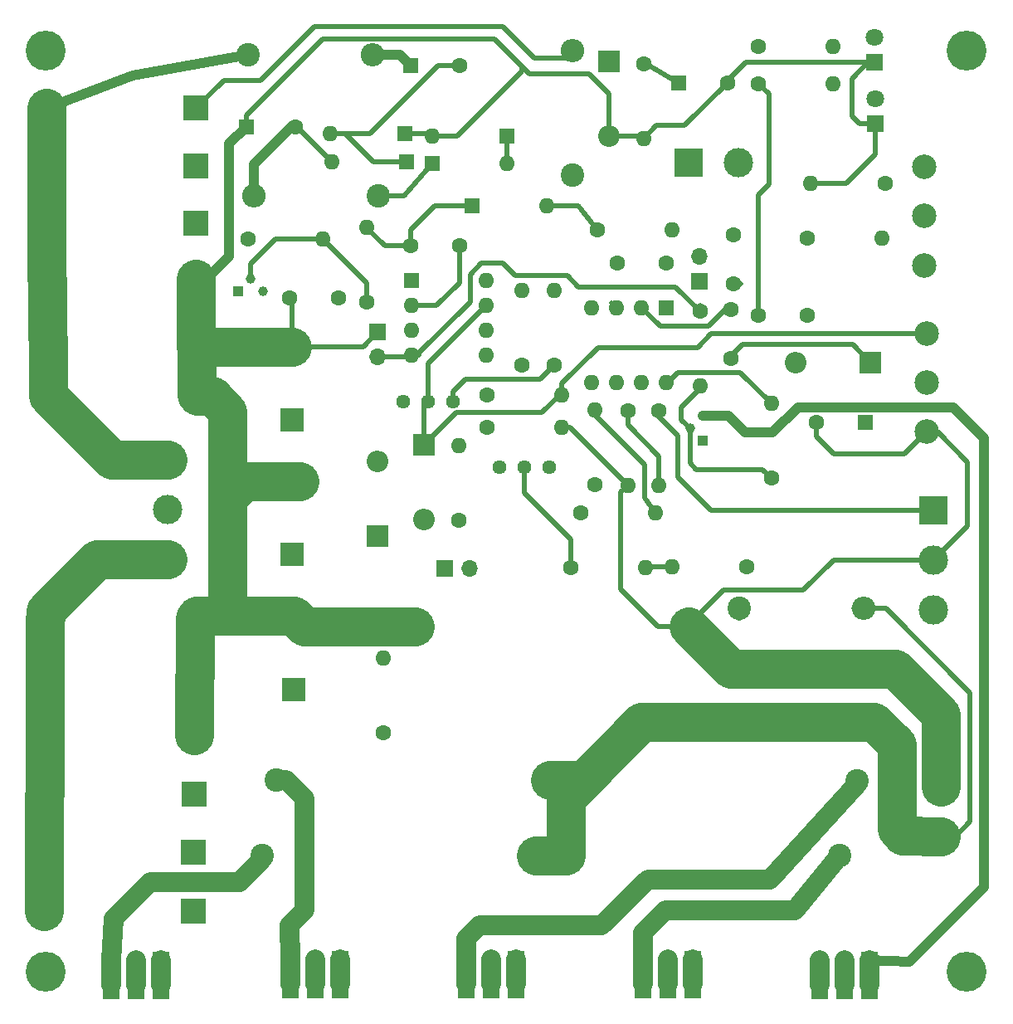
<source format=gbr>
G04 #@! TF.FileFunction,Copper,L1,Top,Signal*
%FSLAX46Y46*%
G04 Gerber Fmt 4.6, Leading zero omitted, Abs format (unit mm)*
G04 Created by KiCad (PCBNEW 4.0.7) date 06/10/19 09:32:46*
%MOMM*%
%LPD*%
G01*
G04 APERTURE LIST*
%ADD10C,0.100000*%
%ADD11C,1.440000*%
%ADD12C,1.600000*%
%ADD13O,1.600000X1.600000*%
%ADD14R,3.000000X3.000000*%
%ADD15C,3.000000*%
%ADD16C,2.400000*%
%ADD17O,2.400000X2.400000*%
%ADD18R,2.600000X2.600000*%
%ADD19O,2.600000X2.600000*%
%ADD20R,1.600000X1.600000*%
%ADD21R,2.200000X2.200000*%
%ADD22O,2.200000X2.200000*%
%ADD23R,1.800000X1.800000*%
%ADD24C,1.800000*%
%ADD25C,1.000000*%
%ADD26R,1.000000X1.000000*%
%ADD27C,2.500000*%
%ADD28R,2.400000X2.400000*%
%ADD29C,4.064000*%
%ADD30O,1.800000X1.800000*%
%ADD31R,1.800000X3.000000*%
%ADD32R,1.700000X1.700000*%
%ADD33O,1.700000X1.700000*%
%ADD34C,2.000000*%
%ADD35C,0.500000*%
%ADD36C,4.000000*%
%ADD37C,1.000000*%
G04 APERTURE END LIST*
D10*
D11*
X99314000Y-95504000D03*
X101854000Y-95504000D03*
X104394000Y-95504000D03*
D12*
X107635040Y-100203000D03*
D13*
X115255040Y-100203000D03*
D12*
X130708400Y-80060800D03*
X125708400Y-80060800D03*
X119761000Y-79629000D03*
D13*
X119761000Y-87249000D03*
D14*
X143611600Y-99910900D03*
D15*
X143611600Y-104990900D03*
X143611600Y-110070900D03*
D16*
X75107800Y-135178800D03*
D17*
X103047800Y-135178800D03*
D12*
X123190000Y-76835000D03*
X123190000Y-71835000D03*
X122936000Y-84455000D03*
X122936000Y-79455000D03*
X95250000Y-72964040D03*
X90250000Y-72964040D03*
X116342160Y-74711560D03*
X111342160Y-74711560D03*
D18*
X68300600Y-70662800D03*
D19*
X53060600Y-70662800D03*
D18*
X68122800Y-128905000D03*
D19*
X52882800Y-128905000D03*
D18*
X53111400Y-76352400D03*
D19*
X68351400Y-76352400D03*
D18*
X52933600Y-122859800D03*
D19*
X68173600Y-122859800D03*
D20*
X89662000Y-61468000D03*
D13*
X82042000Y-61468000D03*
D20*
X89855040Y-64373760D03*
D13*
X82235040Y-64373760D03*
D21*
X91630500Y-93218000D03*
D22*
X91630500Y-100838000D03*
D20*
X96520000Y-68834000D03*
D13*
X104140000Y-68834000D03*
D21*
X137160000Y-84836000D03*
D22*
X129540000Y-84836000D03*
D23*
X137541000Y-54229000D03*
D24*
X137541000Y-51689000D03*
D14*
X65455800Y-104902000D03*
D15*
X65455800Y-99822000D03*
X65455800Y-94742000D03*
D14*
X144373600Y-128117600D03*
D15*
X144373600Y-133197600D03*
D25*
X118745000Y-91567000D03*
X120015000Y-90297000D03*
D26*
X120015000Y-92837000D03*
D25*
X73914000Y-76301600D03*
X75184000Y-77571600D03*
D26*
X72644000Y-77571600D03*
D12*
X87439500Y-122618500D03*
D13*
X87439500Y-114998500D03*
D16*
X73647300Y-53479700D03*
D17*
X86347300Y-53479700D03*
D16*
X86944200Y-67894200D03*
D17*
X74244200Y-67894200D03*
D12*
X95186500Y-100965000D03*
D13*
X95186500Y-93345000D03*
D12*
X98044000Y-88138000D03*
D13*
X105664000Y-88138000D03*
D12*
X98044000Y-91440000D03*
D13*
X105664000Y-91440000D03*
D16*
X90678000Y-111760000D03*
D17*
X118618000Y-111760000D03*
D12*
X130683000Y-72136000D03*
D13*
X138303000Y-72136000D03*
D12*
X109301280Y-71302880D03*
D13*
X116921280Y-71302880D03*
D12*
X106619040Y-105780840D03*
D13*
X114239040Y-105780840D03*
D12*
X124548900Y-105702100D03*
D13*
X116928900Y-105702100D03*
D12*
X127063500Y-96647000D03*
D13*
X127063500Y-89027000D03*
D16*
X123748800Y-109971840D03*
D17*
X136448800Y-109971840D03*
D12*
X138696700Y-66548000D03*
D13*
X131076700Y-66548000D03*
D12*
X104902000Y-85090000D03*
D13*
X104902000Y-77470000D03*
D12*
X73660000Y-72237600D03*
D13*
X81280000Y-72237600D03*
D12*
X85801200Y-78689200D03*
D13*
X85801200Y-71069200D03*
D12*
X101600000Y-85090000D03*
D13*
X101600000Y-77470000D03*
D12*
X125730000Y-52578000D03*
D13*
X133350000Y-52578000D03*
D27*
X142938500Y-86915000D03*
X142938500Y-91915000D03*
X142938500Y-81915000D03*
X142684500Y-69922400D03*
X142684500Y-74922400D03*
X142684500Y-64922400D03*
D20*
X90302080Y-76499720D03*
D13*
X97922080Y-84119720D03*
X90302080Y-79039720D03*
X97922080Y-81579720D03*
X90302080Y-81579720D03*
X97922080Y-79039720D03*
X90302080Y-84119720D03*
X97922080Y-76499720D03*
D20*
X116332000Y-79248000D03*
D13*
X108712000Y-86868000D03*
X113792000Y-79248000D03*
X111252000Y-86868000D03*
X111252000Y-79248000D03*
X113792000Y-86868000D03*
X108712000Y-79248000D03*
X116332000Y-86868000D03*
D20*
X90246200Y-54533800D03*
D12*
X95246200Y-54533800D03*
D20*
X73482200Y-60794900D03*
D12*
X78482200Y-60794900D03*
D20*
X136652000Y-90932000D03*
D12*
X131652000Y-90932000D03*
D18*
X68046600Y-140817600D03*
D19*
X52806600Y-140817600D03*
D18*
X52933600Y-116916200D03*
D19*
X68173600Y-116916200D03*
D18*
X68046600Y-134848600D03*
D19*
X52806600Y-134848600D03*
D18*
X52959000Y-110947200D03*
D19*
X68199000Y-110947200D03*
D18*
X68351400Y-58902600D03*
D19*
X53111400Y-58902600D03*
D18*
X53263800Y-88265000D03*
D19*
X68503800Y-88265000D03*
D18*
X68326000Y-64795400D03*
D19*
X53086000Y-64795400D03*
D18*
X53136800Y-82296000D03*
D19*
X68376800Y-82296000D03*
D28*
X78143100Y-104457500D03*
D16*
X78143100Y-96957500D03*
D12*
X109082840Y-97307400D03*
D13*
X109082840Y-89687400D03*
D16*
X76555600Y-127457200D03*
D17*
X104495600Y-127457200D03*
D16*
X133985000Y-135191500D03*
D17*
X106045000Y-135191500D03*
D16*
X135763000Y-127508000D03*
D17*
X107823000Y-127508000D03*
D28*
X78333600Y-118211600D03*
D16*
X78333600Y-110711600D03*
D28*
X78181200Y-90754200D03*
D16*
X78181200Y-83254200D03*
D29*
X53000000Y-53000000D03*
X53000000Y-147000000D03*
X147000000Y-53000000D03*
X147000000Y-147000000D03*
D20*
X117576600Y-56352440D03*
D12*
X122576600Y-56352440D03*
D14*
X118630700Y-64452500D03*
D15*
X123710700Y-64452500D03*
D12*
X114046000Y-54356000D03*
D13*
X114046000Y-61976000D03*
D23*
X137668000Y-60452000D03*
D24*
X137668000Y-57912000D03*
D12*
X125730000Y-56388000D03*
D13*
X133350000Y-56388000D03*
D21*
X110490000Y-54102000D03*
D22*
X110490000Y-61722000D03*
D16*
X106781600Y-65773300D03*
D17*
X106781600Y-53073300D03*
D20*
X100076000Y-61722000D03*
D13*
X92456000Y-61722000D03*
D20*
X92456000Y-64516000D03*
D13*
X100076000Y-64516000D03*
D11*
X89471500Y-88836500D03*
X92011500Y-88836500D03*
X94551500Y-88836500D03*
D12*
X77876400Y-78282800D03*
X82876400Y-78282800D03*
D21*
X86868000Y-102565200D03*
D22*
X86868000Y-94945200D03*
D23*
X137058400Y-145796000D03*
D30*
X134518400Y-145796000D03*
X131978400Y-145796000D03*
D31*
X137058400Y-148336000D03*
X134518400Y-148336000D03*
X131978400Y-148336000D03*
D23*
X100965000Y-145770600D03*
D30*
X98425000Y-145770600D03*
X95885000Y-145770600D03*
D31*
X100965000Y-148310600D03*
X98425000Y-148310600D03*
X95885000Y-148310600D03*
D23*
X118999000Y-145770600D03*
D30*
X116459000Y-145770600D03*
X113919000Y-145770600D03*
D31*
X118999000Y-148310600D03*
X116459000Y-148310600D03*
X113919000Y-148310600D03*
D23*
X83058000Y-145770600D03*
D30*
X80518000Y-145770600D03*
X77978000Y-145770600D03*
D31*
X83058000Y-148310600D03*
X80518000Y-148310600D03*
X77978000Y-148310600D03*
D23*
X64770000Y-145821400D03*
D30*
X62230000Y-145821400D03*
X59690000Y-145821400D03*
D31*
X64770000Y-148361400D03*
X62230000Y-148361400D03*
X59690000Y-148361400D03*
D32*
X86893400Y-81762600D03*
D33*
X86893400Y-84302600D03*
D12*
X112430560Y-89743280D03*
D13*
X112430560Y-97363280D03*
D12*
X115595400Y-89804240D03*
D13*
X115595400Y-97424240D03*
D32*
X119725440Y-76611480D03*
D33*
X119725440Y-74071480D03*
D32*
X93766640Y-105864660D03*
D33*
X96306640Y-105864660D03*
D34*
X134518400Y-145796000D02*
X134518400Y-148336000D01*
X116459000Y-145770600D02*
X116459000Y-148310600D01*
X98425000Y-145770600D02*
X98425000Y-148310600D01*
X80518000Y-145770600D02*
X80518000Y-148310600D01*
X62230000Y-145821400D02*
X62230000Y-148361400D01*
D35*
X125708400Y-80060800D02*
X125708400Y-67788800D01*
X126796800Y-57454800D02*
X125730000Y-56388000D01*
X126796800Y-66700400D02*
X126796800Y-57454800D01*
X125708400Y-67788800D02*
X126796800Y-66700400D01*
X116332000Y-86868000D02*
X116459000Y-86868000D01*
X116459000Y-86868000D02*
X117475000Y-85852000D01*
X123888500Y-85852000D02*
X127063500Y-89027000D01*
X117475000Y-85852000D02*
X123888500Y-85852000D01*
X106095800Y-53759100D02*
X102831900Y-53759100D01*
X71170800Y-56083200D02*
X68351400Y-58902600D01*
X74917300Y-56083200D02*
X71170800Y-56083200D01*
X80403700Y-50596800D02*
X74917300Y-56083200D01*
X99669600Y-50596800D02*
X80403700Y-50596800D01*
X102831900Y-53759100D02*
X99669600Y-50596800D01*
X106095800Y-53759100D02*
X106781600Y-53073300D01*
X116332000Y-86868000D02*
X116332000Y-87122000D01*
X78181200Y-83254200D02*
X85401800Y-83254200D01*
X85401800Y-83254200D02*
X86893400Y-81762600D01*
X78181200Y-83254200D02*
X78181200Y-78587600D01*
X78181200Y-78587600D02*
X77876400Y-78282800D01*
D36*
X90678000Y-111760000D02*
X79382000Y-111760000D01*
X79382000Y-111760000D02*
X78333600Y-110711600D01*
D35*
X89662000Y-61468000D02*
X92202000Y-61468000D01*
X92202000Y-61468000D02*
X92456000Y-61722000D01*
X101600000Y-54610000D02*
X101600000Y-55118000D01*
X94996000Y-61722000D02*
X92456000Y-61722000D01*
X101600000Y-55118000D02*
X94996000Y-61722000D01*
X118110000Y-60695840D02*
X115326160Y-60695840D01*
X115326160Y-60695840D02*
X114046000Y-61976000D01*
X110490000Y-61722000D02*
X113792000Y-61722000D01*
X113792000Y-61722000D02*
X114046000Y-61976000D01*
X73482200Y-60794900D02*
X73482200Y-59613800D01*
X110490000Y-57404000D02*
X110490000Y-61722000D01*
X108458000Y-55372000D02*
X110490000Y-57404000D01*
X102362000Y-55372000D02*
X108458000Y-55372000D01*
X98806000Y-51816000D02*
X101600000Y-54610000D01*
X101600000Y-54610000D02*
X102362000Y-55372000D01*
X81280000Y-51816000D02*
X98806000Y-51816000D01*
X73482200Y-59613800D02*
X81280000Y-51816000D01*
X73482200Y-60794900D02*
X73571100Y-60794900D01*
X110779560Y-61432440D02*
X110490000Y-61722000D01*
X137668000Y-60452000D02*
X137668000Y-63614300D01*
X134734300Y-66548000D02*
X131076700Y-66548000D01*
X137668000Y-63614300D02*
X134734300Y-66548000D01*
X117856000Y-60695840D02*
X118110000Y-60695840D01*
X137424160Y-60695840D02*
X137668000Y-60452000D01*
X122576600Y-56352440D02*
X122576600Y-56112400D01*
X122576600Y-56112400D02*
X124460000Y-54229000D01*
X124460000Y-54229000D02*
X137541000Y-54229000D01*
X137668000Y-60452000D02*
X136017000Y-60452000D01*
X135255000Y-55880000D02*
X136906000Y-54229000D01*
X135255000Y-59690000D02*
X135255000Y-55880000D01*
X136017000Y-60452000D02*
X135255000Y-59690000D01*
X136906000Y-54229000D02*
X137541000Y-54229000D01*
X122576600Y-56352440D02*
X122576600Y-56282600D01*
X117856000Y-60695840D02*
X118233200Y-60695840D01*
X118233200Y-60695840D02*
X122576600Y-56352440D01*
D36*
X68503800Y-88265000D02*
X69977000Y-88265000D01*
X71577200Y-89865200D02*
X71577200Y-98653600D01*
X69977000Y-88265000D02*
X71577200Y-89865200D01*
X78181200Y-83254200D02*
X69335000Y-83254200D01*
X69335000Y-83254200D02*
X68376800Y-82296000D01*
X71577200Y-110711600D02*
X71577200Y-98653600D01*
X73273300Y-96957500D02*
X78143100Y-96957500D01*
X71577200Y-98653600D02*
X73273300Y-96957500D01*
X78333600Y-110711600D02*
X71577200Y-110711600D01*
X71577200Y-110711600D02*
X68434600Y-110711600D01*
X68434600Y-110711600D02*
X68199000Y-110947200D01*
X78143100Y-96957500D02*
X78923500Y-96957500D01*
D37*
X68503800Y-82423000D02*
X68376800Y-82296000D01*
X68351400Y-76352400D02*
X69448680Y-76352400D01*
X69448680Y-76352400D02*
X71744840Y-74056240D01*
X71744840Y-62532260D02*
X73482200Y-60794900D01*
X71744840Y-74056240D02*
X71744840Y-62532260D01*
D36*
X68173600Y-116916200D02*
X68173600Y-122859800D01*
X68199000Y-110947200D02*
X68199000Y-116890800D01*
X68199000Y-116890800D02*
X68173600Y-116916200D01*
X68376800Y-82296000D02*
X68376800Y-88138000D01*
X68376800Y-88138000D02*
X68503800Y-88265000D01*
X68351400Y-76352400D02*
X68351400Y-83235800D01*
D35*
X89855040Y-61528960D02*
X89916000Y-61468000D01*
D37*
X86347300Y-53479700D02*
X89192100Y-53479700D01*
X89192100Y-53479700D02*
X90246200Y-54533800D01*
D35*
X82042000Y-61468000D02*
X86106000Y-61468000D01*
X93040200Y-54533800D02*
X95246200Y-54533800D01*
X86106000Y-61468000D02*
X93040200Y-54533800D01*
X89855040Y-64373760D02*
X86471760Y-64373760D01*
X83566000Y-61468000D02*
X82042000Y-61468000D01*
X86471760Y-64373760D02*
X83566000Y-61468000D01*
X78482200Y-60794900D02*
X78656180Y-60794900D01*
X78656180Y-60794900D02*
X82235040Y-64373760D01*
D37*
X78482200Y-60794900D02*
X78079600Y-60794900D01*
X78079600Y-60794900D02*
X74244200Y-64630300D01*
X74244200Y-64630300D02*
X74244200Y-67894200D01*
D35*
X118618000Y-111760000D02*
X118618000Y-111607600D01*
X118618000Y-111607600D02*
X122153680Y-108071920D01*
X133393180Y-104990900D02*
X143611600Y-104990900D01*
X130312160Y-108071920D02*
X133393180Y-104990900D01*
X122153680Y-108071920D02*
X130312160Y-108071920D01*
X131652000Y-90932000D02*
X131652000Y-92373440D01*
X140670300Y-94183200D02*
X142938500Y-91915000D01*
X133461760Y-94183200D02*
X140670300Y-94183200D01*
X131652000Y-92373440D02*
X133461760Y-94183200D01*
X118618000Y-111760000D02*
X115493800Y-111760000D01*
X115493800Y-111760000D02*
X111709200Y-107975400D01*
X111709200Y-107975400D02*
X111709200Y-98084640D01*
X111709200Y-98084640D02*
X112430560Y-97363280D01*
X105664000Y-91440000D02*
X106507280Y-91440000D01*
X106507280Y-91440000D02*
X112430560Y-97363280D01*
X142938500Y-91915000D02*
X143995160Y-91915000D01*
X143995160Y-91915000D02*
X147076160Y-94996000D01*
X147076160Y-101526340D02*
X143611600Y-104990900D01*
X147076160Y-94996000D02*
X147076160Y-101526340D01*
X123190000Y-76835000D02*
X123977400Y-76835000D01*
X129540000Y-84836000D02*
X129540000Y-85344000D01*
D36*
X144373600Y-128117600D02*
X144373600Y-120751600D01*
X122936000Y-116078000D02*
X118618000Y-111760000D01*
X139700000Y-116078000D02*
X122936000Y-116078000D01*
X144373600Y-120751600D02*
X139700000Y-116078000D01*
D35*
X118618000Y-111760000D02*
X117475000Y-111760000D01*
X112430560Y-97363280D02*
X112638840Y-97363280D01*
X122936000Y-84455000D02*
X122936000Y-84175600D01*
X122936000Y-84175600D02*
X124089160Y-83022440D01*
X124089160Y-83022440D02*
X135346440Y-83022440D01*
X135346440Y-83022440D02*
X137160000Y-84836000D01*
X136321800Y-91516200D02*
X136652000Y-91186000D01*
X144373600Y-133197600D02*
X145846800Y-133197600D01*
X145846800Y-133197600D02*
X147332700Y-131711700D01*
X147332700Y-131711700D02*
X147332700Y-118554500D01*
X147332700Y-118554500D02*
X138750040Y-109971840D01*
X138750040Y-109971840D02*
X136448800Y-109971840D01*
X137160000Y-84836000D02*
X137160000Y-85090000D01*
X137160000Y-85090000D02*
X136652000Y-85598000D01*
D36*
X104495600Y-127457200D02*
X107772200Y-127457200D01*
X107772200Y-127457200D02*
X107823000Y-127508000D01*
X103047800Y-135178800D02*
X106032300Y-135178800D01*
X106032300Y-135178800D02*
X106045000Y-135191500D01*
X106045000Y-135191500D02*
X106045000Y-129286000D01*
X106045000Y-129286000D02*
X107823000Y-127508000D01*
X144373600Y-133197600D02*
X140462000Y-133096000D01*
X113817400Y-121513600D02*
X107823000Y-127508000D01*
X137515600Y-121513600D02*
X113817400Y-121513600D01*
X139852400Y-123850400D02*
X137515600Y-121513600D01*
X139852400Y-132486400D02*
X139852400Y-123850400D01*
X140462000Y-133096000D02*
X139852400Y-132486400D01*
D35*
X136448800Y-109971840D02*
X135432800Y-109971840D01*
X116928900Y-105702100D02*
X114317780Y-105702100D01*
X114317780Y-105702100D02*
X114239040Y-105780840D01*
X122936000Y-79455000D02*
X122348000Y-79455000D01*
X122348000Y-79455000D02*
X120650000Y-81153000D01*
X115697000Y-81153000D02*
X113792000Y-79248000D01*
X120650000Y-81153000D02*
X115697000Y-81153000D01*
X90302080Y-79039720D02*
X92918280Y-79039720D01*
X95250000Y-76708000D02*
X95250000Y-72964040D01*
X92918280Y-79039720D02*
X95250000Y-76708000D01*
X85801200Y-71069200D02*
X85801200Y-71120000D01*
X85801200Y-71120000D02*
X87645240Y-72964040D01*
X87645240Y-72964040D02*
X90250000Y-72964040D01*
X90250000Y-72964040D02*
X90250000Y-71294000D01*
X92710000Y-68834000D02*
X96520000Y-68834000D01*
X90250000Y-71294000D02*
X92710000Y-68834000D01*
X90250000Y-76447640D02*
X90302080Y-76499720D01*
D34*
X137058400Y-145796000D02*
X137058400Y-148336000D01*
D37*
X120015000Y-90297000D02*
X122682000Y-90297000D01*
X141147000Y-146000000D02*
X137058400Y-145796000D01*
X148780500Y-138366500D02*
X141147000Y-146000000D01*
X148780500Y-92583000D02*
X148780500Y-138366500D01*
X145605500Y-89408000D02*
X148780500Y-92583000D01*
X129794000Y-89408000D02*
X145605500Y-89408000D01*
X127190500Y-92011500D02*
X129794000Y-89408000D01*
X124396500Y-92011500D02*
X127190500Y-92011500D01*
X122682000Y-90297000D02*
X124396500Y-92011500D01*
D35*
X116179600Y-79095600D02*
X116179600Y-78841600D01*
D37*
X53111400Y-58902600D02*
X53136800Y-58902600D01*
X53136800Y-58902600D02*
X61857411Y-55569708D01*
X61857411Y-55569708D02*
X73647300Y-53479700D01*
D36*
X53086000Y-64795400D02*
X53086000Y-58928000D01*
X53086000Y-58928000D02*
X53111400Y-58902600D01*
X53060600Y-70662800D02*
X53060600Y-64820800D01*
X53060600Y-64820800D02*
X53086000Y-64795400D01*
X53111400Y-76352400D02*
X53111400Y-70713600D01*
X53111400Y-70713600D02*
X53060600Y-70662800D01*
X53136800Y-82296000D02*
X53136800Y-76377800D01*
X53136800Y-76377800D02*
X53111400Y-76352400D01*
X53263800Y-88265000D02*
X53263800Y-82423000D01*
X53263800Y-82423000D02*
X53136800Y-82296000D01*
X65455800Y-94742000D02*
X59740800Y-94742000D01*
X59740800Y-94742000D02*
X53263800Y-88265000D01*
D35*
X105664000Y-88138000D02*
X105473500Y-88138000D01*
X105473500Y-88138000D02*
X103632000Y-89979500D01*
X94869000Y-89979500D02*
X91630500Y-93218000D01*
X103632000Y-89979500D02*
X94869000Y-89979500D01*
X92011500Y-88836500D02*
X92011500Y-84950300D01*
X92011500Y-84950300D02*
X97922080Y-79039720D01*
X91630500Y-93218000D02*
X91630500Y-89217500D01*
X91630500Y-89217500D02*
X92011500Y-88836500D01*
X105664000Y-88138000D02*
X105283000Y-88138000D01*
X105664000Y-88138000D02*
X105664000Y-86995000D01*
X120904000Y-81915000D02*
X142938500Y-81915000D01*
X119507000Y-83312000D02*
X120904000Y-81915000D01*
X109347000Y-83312000D02*
X119507000Y-83312000D01*
X105664000Y-86995000D02*
X109347000Y-83312000D01*
X104140000Y-68834000D02*
X107335320Y-68834000D01*
X107335320Y-68834000D02*
X109301280Y-71302880D01*
X109301280Y-71302880D02*
X109301280Y-71506080D01*
X110744000Y-78740000D02*
X111252000Y-79248000D01*
X109301280Y-71302880D02*
X109301280Y-71226680D01*
X111252000Y-79248000D02*
X111150400Y-79248000D01*
X85801200Y-78689200D02*
X85801200Y-76758800D01*
X85801200Y-76758800D02*
X81280000Y-72237600D01*
X73914000Y-76301600D02*
X73914000Y-74777600D01*
X76454000Y-72237600D02*
X81280000Y-72237600D01*
X73914000Y-74777600D02*
X76454000Y-72237600D01*
X142938500Y-86915000D02*
X142261600Y-86915000D01*
X143167100Y-87368400D02*
X143167100Y-87426800D01*
D34*
X131978400Y-145796000D02*
X131978400Y-148336000D01*
X118999000Y-145770600D02*
X118999000Y-148310600D01*
X100965000Y-145770600D02*
X100965000Y-148310600D01*
X83058000Y-145770600D02*
X83058000Y-148310600D01*
X64770000Y-145821400D02*
X64770000Y-148361400D01*
D37*
X123748800Y-109971840D02*
X123748800Y-110670340D01*
D34*
X131978400Y-145796000D02*
X131978400Y-145879000D01*
D36*
X52959000Y-110947200D02*
X52959000Y-110185200D01*
X52959000Y-110185200D02*
X58242200Y-104902000D01*
X58242200Y-104902000D02*
X65455800Y-104902000D01*
X52933600Y-116916200D02*
X52933600Y-110972600D01*
X52933600Y-110972600D02*
X52959000Y-110947200D01*
X52933600Y-116916200D02*
X52933600Y-122859800D01*
X52882800Y-128905000D02*
X52882800Y-122910600D01*
X52882800Y-122910600D02*
X52933600Y-122859800D01*
X52806600Y-134848600D02*
X52806600Y-128981200D01*
X52806600Y-128981200D02*
X52882800Y-128905000D01*
X52806600Y-140817600D02*
X52806600Y-134848600D01*
D35*
X109082840Y-89687400D02*
X109082840Y-90225880D01*
X109082840Y-90225880D02*
X114112040Y-95255080D01*
X114112040Y-98643440D02*
X115255040Y-100203000D01*
X114112040Y-95255080D02*
X114112040Y-98643440D01*
X109082840Y-89687400D02*
X109082840Y-89768680D01*
X108712000Y-87122000D02*
X108712000Y-86868000D01*
X108712000Y-86868000D02*
X108712000Y-86741000D01*
D34*
X95885000Y-145770600D02*
X95885000Y-148310600D01*
X135763000Y-127889000D02*
X126873000Y-137604500D01*
X95920000Y-143665500D02*
X95885000Y-145770600D01*
X97282000Y-142303500D02*
X95920000Y-143665500D01*
X109728000Y-142303500D02*
X97282000Y-142303500D01*
X114427000Y-137604500D02*
X109728000Y-142303500D01*
X126873000Y-137604500D02*
X114427000Y-137604500D01*
X135763000Y-127508000D02*
X135763000Y-127889000D01*
X113919000Y-145770600D02*
X113919000Y-148310600D01*
X113919000Y-145770600D02*
X113920000Y-143001000D01*
X129413000Y-140716000D02*
X133985000Y-135191500D01*
X116205000Y-140716000D02*
X129413000Y-140716000D01*
X113920000Y-143001000D02*
X116205000Y-140716000D01*
X77978000Y-145770600D02*
X77978000Y-148310600D01*
X76555600Y-127457200D02*
X77546200Y-127457200D01*
X77546200Y-127457200D02*
X79438500Y-129349500D01*
X79438500Y-129349500D02*
X79438500Y-140779500D01*
X79438500Y-140779500D02*
X77920000Y-142298000D01*
X77920000Y-142298000D02*
X77978000Y-145770600D01*
X59690000Y-145821400D02*
X59690000Y-148361400D01*
X75107800Y-135521700D02*
X72771000Y-137858500D01*
X59920000Y-141565500D02*
X59690000Y-145821400D01*
X63627000Y-137858500D02*
X59920000Y-141565500D01*
X72771000Y-137858500D02*
X63627000Y-137858500D01*
X75107800Y-135178800D02*
X75107800Y-135521700D01*
D35*
X115595400Y-89804240D02*
X115595400Y-90393520D01*
X115595400Y-90393520D02*
X117515640Y-92313760D01*
X120865900Y-99910900D02*
X143611600Y-99910900D01*
X117515640Y-96560640D02*
X120865900Y-99910900D01*
X117515640Y-92313760D02*
X117515640Y-96560640D01*
X113756440Y-54645560D02*
X114046000Y-54356000D01*
X110159800Y-54432200D02*
X110490000Y-54102000D01*
X114046000Y-54356000D02*
X113548160Y-54356000D01*
X114046000Y-54356000D02*
X114274600Y-54356000D01*
X114274600Y-54356000D02*
X117576600Y-56352440D01*
X100076000Y-64516000D02*
X100076000Y-61722000D01*
X86893400Y-84302600D02*
X90119200Y-84302600D01*
X90119200Y-84302600D02*
X90302080Y-84119720D01*
X90302080Y-84119720D02*
X90886280Y-84119720D01*
X90886280Y-84119720D02*
X96316800Y-78689200D01*
X117297200Y-77165200D02*
X119761000Y-79629000D01*
X107365800Y-77165200D02*
X117297200Y-77165200D01*
X106222800Y-76022200D02*
X107365800Y-77165200D01*
X100888800Y-76022200D02*
X106222800Y-76022200D01*
X99618800Y-74752200D02*
X100888800Y-76022200D01*
X97434400Y-74752200D02*
X99618800Y-74752200D01*
X96316800Y-75869800D02*
X97434400Y-74752200D01*
X96316800Y-78689200D02*
X96316800Y-75869800D01*
X90302080Y-84119720D02*
X91064080Y-84119720D01*
X119761000Y-79629000D02*
X119761000Y-78994000D01*
X86944200Y-67894200D02*
X86944200Y-68148200D01*
X86944200Y-67894200D02*
X88646000Y-67894200D01*
X88646000Y-67894200D02*
X89585800Y-67894200D01*
X89585800Y-67894200D02*
X92456000Y-64516000D01*
X90302080Y-84119720D02*
X90952320Y-84119720D01*
X90302080Y-84119720D02*
X90302080Y-84206080D01*
X101854000Y-95504000D02*
X101854000Y-98165920D01*
X106619040Y-102930960D02*
X106619040Y-105780840D01*
X101854000Y-98165920D02*
X106619040Y-102930960D01*
X94551500Y-88836500D02*
X94551500Y-87820500D01*
X103441500Y-86550500D02*
X104902000Y-85090000D01*
X95821500Y-86550500D02*
X103441500Y-86550500D01*
X94551500Y-87820500D02*
X95821500Y-86550500D01*
X97922080Y-76499720D02*
X97922080Y-76586080D01*
X97922080Y-76499720D02*
X97998280Y-76499720D01*
X112430560Y-89743280D02*
X112430560Y-91246960D01*
X115595400Y-94411800D02*
X115595400Y-97424240D01*
X112430560Y-91246960D02*
X115595400Y-94411800D01*
X119761000Y-87249000D02*
X119761000Y-87503000D01*
X119761000Y-87503000D02*
X117856000Y-89408000D01*
X117856000Y-89408000D02*
X117856000Y-90678000D01*
X117856000Y-90678000D02*
X118745000Y-91567000D01*
X118745000Y-91567000D02*
X118745000Y-95123000D01*
X126174500Y-95758000D02*
X127063500Y-96647000D01*
X119380000Y-95758000D02*
X126174500Y-95758000D01*
X118745000Y-95123000D02*
X119380000Y-95758000D01*
M02*

</source>
